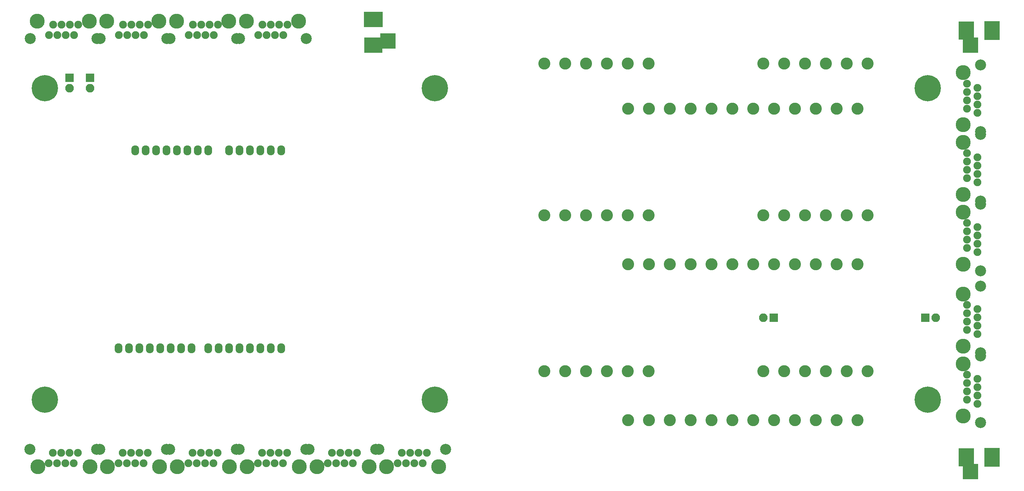
<source format=gbr>
G04 #@! TF.FileFunction,Soldermask,Bot*
%FSLAX46Y46*%
G04 Gerber Fmt 4.6, Leading zero omitted, Abs format (unit mm)*
G04 Created by KiCad (PCBNEW 4.0.5-e0-6337~49~ubuntu16.04.1) date Mon Feb 20 15:27:01 2017*
%MOMM*%
%LPD*%
G01*
G04 APERTURE LIST*
%ADD10C,0.100000*%
%ADD11C,2.686000*%
%ADD12C,1.901140*%
%ADD13C,3.651200*%
%ADD14O,1.924000X2.432000*%
%ADD15C,2.940000*%
%ADD16R,2.100000X2.100000*%
%ADD17O,2.100000X2.100000*%
%ADD18R,3.800000X3.800000*%
%ADD19R,4.600000X3.800000*%
%ADD20R,4.400000X3.800000*%
%ADD21R,3.800000X4.600000*%
%ADD22R,3.800000X4.400000*%
%ADD23C,6.400000*%
G04 APERTURE END LIST*
D10*
D11*
X256908800Y-76583000D03*
D12*
X253556000Y-64899000D03*
X253556000Y-66931000D03*
X253556000Y-68963000D03*
X253556000Y-70995000D03*
X256096000Y-67947000D03*
X256096000Y-69979000D03*
X256096000Y-65915000D03*
X256096000Y-72011000D03*
D13*
X252667000Y-62232000D03*
X252667000Y-74932000D03*
D11*
X256908800Y-60327000D03*
X256908800Y-113583000D03*
D12*
X253556000Y-101899000D03*
X253556000Y-103931000D03*
X253556000Y-105963000D03*
X253556000Y-107995000D03*
X256096000Y-104947000D03*
X256096000Y-106979000D03*
X256096000Y-102915000D03*
X256096000Y-109011000D03*
D13*
X252667000Y-99232000D03*
X252667000Y-111932000D03*
D11*
X256908800Y-97327000D03*
X76417000Y-36908800D03*
D12*
X88101000Y-33556000D03*
X86069000Y-33556000D03*
X84037000Y-33556000D03*
X82005000Y-33556000D03*
X85053000Y-36096000D03*
X83021000Y-36096000D03*
X87085000Y-36096000D03*
X80989000Y-36096000D03*
D13*
X90768000Y-32667000D03*
X78068000Y-32667000D03*
D11*
X92673000Y-36908800D03*
X92583000Y-137091200D03*
D12*
X80899000Y-140444000D03*
X82931000Y-140444000D03*
X84963000Y-140444000D03*
X86995000Y-140444000D03*
X83947000Y-137904000D03*
X85979000Y-137904000D03*
X81915000Y-137904000D03*
X88011000Y-137904000D03*
D13*
X78232000Y-141333000D03*
X90932000Y-141333000D03*
D11*
X76327000Y-137091200D03*
X41583000Y-137091200D03*
D12*
X29899000Y-140444000D03*
X31931000Y-140444000D03*
X33963000Y-140444000D03*
X35995000Y-140444000D03*
X32947000Y-137904000D03*
X34979000Y-137904000D03*
X30915000Y-137904000D03*
X37011000Y-137904000D03*
D13*
X27232000Y-141333000D03*
X39932000Y-141333000D03*
D11*
X25327000Y-137091200D03*
X58583000Y-137091200D03*
D12*
X46899000Y-140444000D03*
X48931000Y-140444000D03*
X50963000Y-140444000D03*
X52995000Y-140444000D03*
X49947000Y-137904000D03*
X51979000Y-137904000D03*
X47915000Y-137904000D03*
X54011000Y-137904000D03*
D13*
X44232000Y-141333000D03*
X56932000Y-141333000D03*
D11*
X42327000Y-137091200D03*
D14*
X50940000Y-64200000D03*
X53480000Y-64200000D03*
X56020000Y-64200000D03*
X58560000Y-64200000D03*
X61100000Y-64200000D03*
X63640000Y-64200000D03*
X66180000Y-64200000D03*
X68720000Y-64200000D03*
X73800000Y-64200000D03*
X76340000Y-64200000D03*
X78880000Y-64200000D03*
X81420000Y-64200000D03*
X83960000Y-64200000D03*
X86500000Y-64200000D03*
X86500000Y-112460000D03*
X83960000Y-112460000D03*
X81420000Y-112460000D03*
X78880000Y-112460000D03*
X76340000Y-112460000D03*
X73800000Y-112460000D03*
X71260000Y-112460000D03*
X68720000Y-112460000D03*
X64656000Y-112460000D03*
X62116000Y-112460000D03*
X59576000Y-112460000D03*
X57036000Y-112460000D03*
X54496000Y-112460000D03*
X51956000Y-112460000D03*
X49416000Y-112460000D03*
X46876000Y-112460000D03*
D15*
X229370000Y-118000000D03*
X224290000Y-118000000D03*
X219210000Y-118000000D03*
X214130000Y-118000000D03*
X209050000Y-118000000D03*
X203970000Y-118000000D03*
X176030000Y-118000000D03*
X170950000Y-118000000D03*
X165870000Y-118000000D03*
X160790000Y-118000000D03*
X155710000Y-118000000D03*
X150630000Y-118000000D03*
X226940000Y-54000000D03*
X221860000Y-54000000D03*
X216780000Y-54000000D03*
X211700000Y-54000000D03*
X206620000Y-54000000D03*
X201540000Y-54000000D03*
X196460000Y-54000000D03*
X191380000Y-54000000D03*
X186300000Y-54000000D03*
X181220000Y-54000000D03*
X176140000Y-54000000D03*
X171060000Y-54000000D03*
X226940000Y-92000000D03*
X221860000Y-92000000D03*
X216780000Y-92000000D03*
X211700000Y-92000000D03*
X206620000Y-92000000D03*
X201540000Y-92000000D03*
X196460000Y-92000000D03*
X191380000Y-92000000D03*
X186300000Y-92000000D03*
X181220000Y-92000000D03*
X176140000Y-92000000D03*
X171060000Y-92000000D03*
X226940000Y-130000000D03*
X221860000Y-130000000D03*
X216780000Y-130000000D03*
X211700000Y-130000000D03*
X206620000Y-130000000D03*
X201540000Y-130000000D03*
X196460000Y-130000000D03*
X191380000Y-130000000D03*
X186300000Y-130000000D03*
X181220000Y-130000000D03*
X176140000Y-130000000D03*
X171060000Y-130000000D03*
X229370000Y-43000000D03*
X224290000Y-43000000D03*
X219210000Y-43000000D03*
X214130000Y-43000000D03*
X209050000Y-43000000D03*
X203970000Y-43000000D03*
X176030000Y-43000000D03*
X170950000Y-43000000D03*
X165870000Y-43000000D03*
X160790000Y-43000000D03*
X155710000Y-43000000D03*
X150630000Y-43000000D03*
X229370000Y-80000000D03*
X224290000Y-80000000D03*
X219210000Y-80000000D03*
X214130000Y-80000000D03*
X209050000Y-80000000D03*
X203970000Y-80000000D03*
X176030000Y-80000000D03*
X170950000Y-80000000D03*
X165870000Y-80000000D03*
X160790000Y-80000000D03*
X155710000Y-80000000D03*
X150630000Y-80000000D03*
D16*
X40000000Y-46460000D03*
D17*
X40000000Y-49000000D03*
D16*
X35000000Y-46460000D03*
D17*
X35000000Y-49000000D03*
D16*
X243460000Y-105000000D03*
D17*
X246000000Y-105000000D03*
D16*
X206540000Y-105000000D03*
D17*
X204000000Y-105000000D03*
D18*
X112500000Y-37500000D03*
D19*
X109000000Y-32300000D03*
D20*
X109000000Y-38500000D03*
D18*
X254450000Y-142500000D03*
D21*
X259650000Y-139000000D03*
D22*
X253450000Y-139000000D03*
D18*
X254450000Y-38500000D03*
D21*
X259650000Y-35000000D03*
D22*
X253450000Y-35000000D03*
D11*
X256908800Y-130583000D03*
D12*
X253556000Y-118899000D03*
X253556000Y-120931000D03*
X253556000Y-122963000D03*
X253556000Y-124995000D03*
X256096000Y-121947000D03*
X256096000Y-123979000D03*
X256096000Y-119915000D03*
X256096000Y-126011000D03*
D13*
X252667000Y-116232000D03*
X252667000Y-128932000D03*
D11*
X256908800Y-114327000D03*
X59417000Y-36908800D03*
D12*
X71101000Y-33556000D03*
X69069000Y-33556000D03*
X67037000Y-33556000D03*
X65005000Y-33556000D03*
X68053000Y-36096000D03*
X66021000Y-36096000D03*
X70085000Y-36096000D03*
X63989000Y-36096000D03*
D13*
X73768000Y-32667000D03*
X61068000Y-32667000D03*
D11*
X75673000Y-36908800D03*
X42417000Y-36908800D03*
D12*
X54101000Y-33556000D03*
X52069000Y-33556000D03*
X50037000Y-33556000D03*
X48005000Y-33556000D03*
X51053000Y-36096000D03*
X49021000Y-36096000D03*
X53085000Y-36096000D03*
X46989000Y-36096000D03*
D13*
X56768000Y-32667000D03*
X44068000Y-32667000D03*
D11*
X58673000Y-36908800D03*
X25417000Y-36908800D03*
D12*
X37101000Y-33556000D03*
X35069000Y-33556000D03*
X33037000Y-33556000D03*
X31005000Y-33556000D03*
X34053000Y-36096000D03*
X32021000Y-36096000D03*
X36085000Y-36096000D03*
X29989000Y-36096000D03*
D13*
X39768000Y-32667000D03*
X27068000Y-32667000D03*
D11*
X41673000Y-36908800D03*
X256908800Y-59583000D03*
D12*
X253556000Y-47899000D03*
X253556000Y-49931000D03*
X253556000Y-51963000D03*
X253556000Y-53995000D03*
X256096000Y-50947000D03*
X256096000Y-52979000D03*
X256096000Y-48915000D03*
X256096000Y-55011000D03*
D13*
X252667000Y-45232000D03*
X252667000Y-57932000D03*
D11*
X256908800Y-43327000D03*
X256908800Y-93583000D03*
D12*
X253556000Y-81899000D03*
X253556000Y-83931000D03*
X253556000Y-85963000D03*
X253556000Y-87995000D03*
X256096000Y-84947000D03*
X256096000Y-86979000D03*
X256096000Y-82915000D03*
X256096000Y-89011000D03*
D13*
X252667000Y-79232000D03*
X252667000Y-91932000D03*
D11*
X256908800Y-77327000D03*
X75583000Y-137091200D03*
D12*
X63899000Y-140444000D03*
X65931000Y-140444000D03*
X67963000Y-140444000D03*
X69995000Y-140444000D03*
X66947000Y-137904000D03*
X68979000Y-137904000D03*
X64915000Y-137904000D03*
X71011000Y-137904000D03*
D13*
X61232000Y-141333000D03*
X73932000Y-141333000D03*
D11*
X59327000Y-137091200D03*
X109583000Y-137091200D03*
D12*
X97899000Y-140444000D03*
X99931000Y-140444000D03*
X101963000Y-140444000D03*
X103995000Y-140444000D03*
X100947000Y-137904000D03*
X102979000Y-137904000D03*
X98915000Y-137904000D03*
X105011000Y-137904000D03*
D13*
X95232000Y-141333000D03*
X107932000Y-141333000D03*
D11*
X93327000Y-137091200D03*
X126583000Y-137091200D03*
D12*
X114899000Y-140444000D03*
X116931000Y-140444000D03*
X118963000Y-140444000D03*
X120995000Y-140444000D03*
X117947000Y-137904000D03*
X119979000Y-137904000D03*
X115915000Y-137904000D03*
X122011000Y-137904000D03*
D13*
X112232000Y-141333000D03*
X124932000Y-141333000D03*
D11*
X110327000Y-137091200D03*
D23*
X29000000Y-125000000D03*
X124000000Y-125000000D03*
X244000000Y-125000000D03*
X244000000Y-49000000D03*
X124000000Y-49000000D03*
X29000000Y-49000000D03*
M02*

</source>
